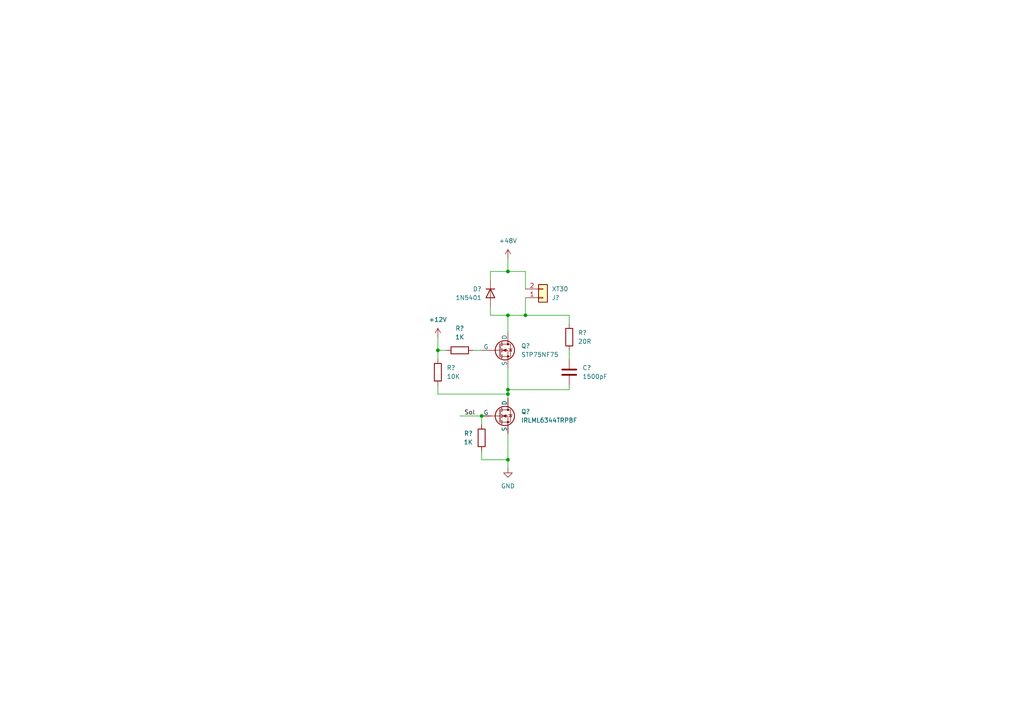
<source format=kicad_sch>
(kicad_sch (version 20231120) (generator "eeschema") (generator_version "8.0")
  (paper "A4")
  (lib_symbols
    (symbol "Connector_Generic:Conn_01x02" (pin_names (offset 1.016) hide)
      (property "Reference" "J" (at 0 2.54 0))
      (property "Value" "Conn_01x02" (at 0 -5.08 0))
      (symbol "Conn_01x02_1_1"
        (rectangle (start -1.27 -2.413) (end 0 -2.667) (stroke (width 0.1524)))
        (rectangle (start -1.27 0.127) (end 0 -0.127) (stroke (width 0.1524)))
        (rectangle (start -1.27 1.27) (end 1.27 -3.81) (stroke (width 0.254)) (fill (type background)))
        (pin passive line (at -5.08 0 0) (length 3.81) (name "Pin_1") (number "1"))
        (pin passive line (at -5.08 -2.54 0) (length 3.81) (name "Pin_2") (number "2"))
      )
    )
    (symbol "Device:C" (pin_numbers hide) (pin_names (offset 0.254))
      (property "Reference" "C" (at 0.635 2.54 0))
      (property "Value" "C" (at 0.635 -2.54 0))
      (symbol "C_0_1"
        (polyline (pts (xy -2.032 -0.762) (xy 2.032 -0.762)) (stroke (width 0.508)))
        (polyline (pts (xy -2.032 0.762) (xy 2.032 0.762)) (stroke (width 0.508)))
      )
      (symbol "C_1_1"
        (pin passive line (at 0 3.81 270) (length 2.794) (name "~") (number "1"))
        (pin passive line (at 0 -3.81 90) (length 2.794) (name "~") (number "2"))
      )
    )
    (symbol "Device:R" (pin_numbers hide) (pin_names (offset 0))
      (property "Reference" "R" (at 2.032 0 90))
      (property "Value" "R" (at 0 0 90))
      (symbol "R_0_1"
        (rectangle (start -1.016 -2.54) (end 1.016 2.54) (stroke (width 0.254)))
      )
      (symbol "R_1_1"
        (pin passive line (at 0 3.81 270) (length 1.27) (name "~") (number "1"))
        (pin passive line (at 0 -3.81 90) (length 1.27) (name "~") (number "2"))
      )
    )
    (symbol "Diode:1N5401" (pin_numbers hide) (pin_names hide)
      (property "Reference" "D" (at 0 2.54 0))
      (property "Value" "1N5401" (at 0 -2.54 0))
      (symbol "1N5401_0_1"
        (polyline (pts (xy -1.27 1.27) (xy -1.27 -1.27)) (stroke (width 0.254)))
        (polyline (pts (xy 1.27 0) (xy -1.27 0)))
        (polyline (pts (xy 1.27 1.27) (xy 1.27 -1.27) (xy -1.27 0) (xy 1.27 1.27)) (stroke (width 0.254)))
      )
      (symbol "1N5401_1_1"
        (pin passive line (at -3.81 0 0) (length 2.54) (name "K") (number "1"))
        (pin passive line (at 3.81 0 180) (length 2.54) (name "A") (number "2"))
      )
    )
    (symbol "power:+12V" (power) (pin_names (offset 0))
      (property "Value" "+12V" (at 0 3.556 0))
      (symbol "+12V_0_1"
        (polyline (pts (xy -0.762 1.27) (xy 0 2.54)))
        (polyline (pts (xy 0 0) (xy 0 2.54)))
        (polyline (pts (xy 0 2.54) (xy 0.762 1.27)))
      )
      (symbol "+12V_1_1"
        (pin power_in line (at 0 0 90) (length 0) hide (name "+12V") (number "1"))
      )
    )
    (symbol "power:+48V" (power) (pin_names (offset 0))
      (property "Value" "+48V" (at 0 3.556 0))
      (symbol "+48V_0_1"
        (polyline (pts (xy -0.762 1.27) (xy 0 2.54)))
        (polyline (pts (xy 0 0) (xy 0 2.54)))
        (polyline (pts (xy 0 2.54) (xy 0.762 1.27)))
      )
      (symbol "+48V_1_1"
        (pin power_in line (at 0 0 90) (length 0) hide (name "+48V") (number "1"))
      )
    )
    (symbol "power:GND" (power) (pin_names (offset 0))
      (property "Value" "GND" (at 0 -3.81 0))
      (symbol "GND_0_1"
        (polyline (pts (xy 0 0) (xy 0 -1.27) (xy 1.27 -1.27) (xy 0 -2.54) (xy -1.27 -1.27) (xy 0 -1.27)))
      )
      (symbol "GND_1_1"
        (pin power_in line (at 0 0 270) (length 0) hide (name "GND") (number "1"))
      )
    )
    (symbol "vincent:IPD050N10N5ATMA1" (pin_numbers hide) (pin_names (offset 0))
      (property "Reference" "Q" (at 11.43 3.81 0))
      (property "Value" "IPD050N10N5ATMA1" (at 11.43 1.27 0))
      (symbol "IPD050N10N5ATMA1_0_1"
        (polyline (pts (xy 5.334 0) (xy 2.54 0)))
        (polyline (pts (xy 5.334 1.905) (xy 5.334 -1.905)) (stroke (width 0.254)))
        (polyline (pts (xy 5.842 -1.27) (xy 5.842 -2.286)) (stroke (width 0.254)))
        (polyline (pts (xy 5.842 0.508) (xy 5.842 -0.508)) (stroke (width 0.254)))
        (polyline (pts (xy 5.842 2.286) (xy 5.842 1.27)) (stroke (width 0.254)))
        (polyline (pts (xy 7.62 2.54) (xy 7.62 1.778)))
        (polyline (pts (xy 7.62 -2.54) (xy 7.62 0) (xy 5.842 0)))
        (polyline (pts (xy 5.842 -1.778) (xy 8.382 -1.778) (xy 8.382 1.778) (xy 5.842 1.778)))
        (polyline (pts (xy 6.096 0) (xy 7.112 0.381) (xy 7.112 -0.381) (xy 6.096 0)) (fill (type outline)))
        (polyline (pts (xy 7.874 0.508) (xy 8.001 0.381) (xy 8.763 0.381) (xy 8.89 0.254)))
        (polyline (pts (xy 8.382 0.381) (xy 8.001 -0.254) (xy 8.763 -0.254) (xy 8.382 0.381)))
        (circle (center 6.731 0) (radius 2.794) (stroke (width 0.254)))
        (circle (center 7.62 -1.778) (radius 0.254) (fill (type outline)))
        (circle (center 7.62 1.778) (radius 0.254) (fill (type outline)))
      )
      (symbol "IPD050N10N5ATMA1_1_1"
        (pin input line (at 0 0 0) (length 2.54) (name "G") (number "1"))
        (pin passive line (at 7.62 5.08 270) (length 2.54) (name "D") (number "2"))
        (pin passive line (at 7.62 -5.08 90) (length 2.54) (name "S") (number "3"))
      )
    )
    (symbol "vincent:IRLML6344TRPBF" (pin_numbers hide) (pin_names (offset 0))
      (property "Reference" "Q" (at 11.43 -2.54 0))
      (property "Value" "IRLML6344TRPBF" (at 11.43 -5.08 0))
      (symbol "IRLML6344TRPBF_0_1"
        (polyline (pts (xy 5.334 -5.08) (xy 2.54 -5.08)))
        (polyline (pts (xy 5.334 -3.175) (xy 5.334 -6.985)) (stroke (width 0.254)))
        (polyline (pts (xy 5.842 -6.35) (xy 5.842 -7.366)) (stroke (width 0.254)))
        (polyline (pts (xy 5.842 -4.572) (xy 5.842 -5.588)) (stroke (width 0.254)))
        (polyline (pts (xy 5.842 -2.794) (xy 5.842 -3.81)) (stroke (width 0.254)))
        (polyline (pts (xy 7.62 -2.54) (xy 7.62 -3.302)))
        (polyline (pts (xy 7.62 -7.62) (xy 7.62 -5.08) (xy 5.842 -5.08)))
        (polyline (pts (xy 5.842 -6.858) (xy 8.382 -6.858) (xy 8.382 -3.302) (xy 5.842 -3.302)))
        (polyline (pts (xy 6.096 -5.08) (xy 7.112 -4.699) (xy 7.112 -5.461) (xy 6.096 -5.08)) (fill (type outline)))
        (polyline (pts (xy 7.874 -4.572) (xy 8.001 -4.699) (xy 8.763 -4.699) (xy 8.89 -4.826)))
        (polyline (pts (xy 8.382 -4.699) (xy 8.001 -5.334) (xy 8.763 -5.334) (xy 8.382 -4.699)))
        (circle (center 6.731 -5.08) (radius 2.794) (stroke (width 0.254)))
        (circle (center 7.62 -6.858) (radius 0.254) (fill (type outline)))
        (circle (center 7.62 -3.302) (radius 0.254) (fill (type outline)))
      )
      (symbol "IRLML6344TRPBF_1_1"
        (pin input line (at 0 -5.08 0) (length 2.54) (name "G") (number "1"))
        (pin passive line (at 7.62 -10.16 90) (length 2.54) (name "S") (number "2"))
        (pin passive line (at 7.62 0 270) (length 2.54) (name "D") (number "3"))
      )
    )
  )
  (junction (at 147.32 133.35))
  (junction (at 139.7 120.65))
  (junction (at 147.32 114.3))
  (junction (at 127 101.6))
  (junction (at 152.4 91.44))
  (junction (at 147.32 91.44))
  (junction (at 147.32 113.03))
  (junction (at 147.32 78.74))
  (wire (pts (xy 165.1 101.6) (xy 165.1 104.14)))
  (wire (pts (xy 147.32 91.44) (xy 147.32 96.52)))
  (wire (pts (xy 139.7 133.35) (xy 147.32 133.35)))
  (wire (pts (xy 152.4 86.36) (xy 152.4 91.44)))
  (wire (pts (xy 147.32 78.74) (xy 152.4 78.74)))
  (wire (pts (xy 142.24 78.74) (xy 147.32 78.74)))
  (wire (pts (xy 139.7 123.19) (xy 139.7 120.65)))
  (wire (pts (xy 142.24 78.74) (xy 142.24 81.28)))
  (wire (pts (xy 137.16 101.6) (xy 139.7 101.6)))
  (wire (pts (xy 165.1 111.76) (xy 165.1 113.03)))
  (wire (pts (xy 147.32 91.44) (xy 142.24 91.44)))
  (wire (pts (xy 139.7 133.35) (xy 139.7 130.81)))
  (wire (pts (xy 152.4 91.44) (xy 165.1 91.44)))
  (wire (pts (xy 127 111.76) (xy 127 114.3)))
  (wire (pts (xy 147.32 115.57) (xy 147.32 114.3)))
  (wire (pts (xy 147.32 113.03) (xy 165.1 113.03)))
  (wire (pts (xy 147.32 106.68) (xy 147.32 113.03)))
  (wire (pts (xy 133.35 120.65) (xy 139.7 120.65)))
  (wire (pts (xy 147.32 135.89) (xy 147.32 133.35)))
  (wire (pts (xy 127 101.6) (xy 127 104.14)))
  (wire (pts (xy 127 97.79) (xy 127 101.6)))
  (wire (pts (xy 127 114.3) (xy 147.32 114.3)))
  (wire (pts (xy 142.24 91.44) (xy 142.24 88.9)))
  (wire (pts (xy 147.32 74.93) (xy 147.32 78.74)))
  (wire (pts (xy 165.1 91.44) (xy 165.1 93.98)))
  (wire (pts (xy 152.4 83.82) (xy 152.4 78.74)))
  (wire (pts (xy 147.32 91.44) (xy 152.4 91.44)))
  (wire (pts (xy 127 101.6) (xy 129.54 101.6)))
  (wire (pts (xy 147.32 125.73) (xy 147.32 133.35)))
  (wire (pts (xy 147.32 114.3) (xy 147.32 113.03)))
  (label "Sol" (at 134.62 120.65 0))
  (symbol (lib_id "Device:C") (at 165.1 107.95 0) (unit 1)
    (property "Reference" "C?" (at 168.91 106.68 0) (effects (justify left)))
    (property "Value" "1500pF" (at 168.91 109.22 0) (effects (justify left)))
    (property "Footprint" "2024l1:cap0603" (effects (hide yes)))
    (property "LCSC" "C107060" (effects (hide yes)))
  )
  (symbol (lib_id "Device:R") (at 165.1 97.79 0) (mirror y) (unit 1)
    (property "Reference" "R?" (at 167.64 96.52 0) (effects (justify right)))
    (property "Value" "20R" (at 167.64 99.06 0) (effects (justify right)))
    (property "Footprint" "2024l1:res0603" (effects (hide yes)))
    (property "LCSC" "C22950" (effects (hide yes)))
  )
  (symbol (lib_id "Diode:1N5401") (at 142.24 85.09 90) (mirror x) (unit 1)
    (property "Reference" "D?" (at 139.7 83.82 90) (effects (justify left)))
    (property "Value" "1N5401" (at 139.7 86.36 90) (effects (justify left)))
    (property "Footprint" "Diode_THT:D_DO-201AD_P15.24mm_Horizontal" (effects (hide yes)))
    (property "Datasheet" "http://www.vishay.com/docs/88516/1n5400.pdf" (effects (hide yes)))
    (property "LCSC" "C179506" (effects (hide yes)))
    (property "Sim.Device" "D" (effects (hide yes)))
    (property "Sim.Pins" "1=K 2=A" (effects (hide yes)))
  )
  (symbol (lib_id "Connector_Generic:Conn_01x02") (at 157.48 86.36 0) (mirror x) (unit 1)
    (property "Reference" "J?" (at 160.02 86.3601 0) (effects (justify left)))
    (property "Value" "XT30" (at 160.02 83.8201 0) (effects (justify left)))
    (property "Footprint" "2024l1:AMASS_XT30-F" (effects (hide yes)))
    (property "LCSC" "C108769" (effects (hide yes)))
  )
  (symbol (lib_id "vincent:IPD050N10N5ATMA1") (at 139.7 101.6 0) (unit 1)
    (property "Reference" "Q?" (at 151.13 100.3299 0) (effects (justify left)))
    (property "Value" "STP75NF75" (at 151.13 102.8699 0) (effects (justify left)))
    (property "Footprint" "2024l1:TO-220-3_Vertical" (effects (hide yes)))
    (property "Datasheet" "https://www.infineon.com/dgdl/Infineon-IPD050N10N5-DS-v02_01-EN.pdf?fileId=5546d4625b3ca4ec015b615bb7536713" (effects (hide yes)))
    (property "LCSC" "C13678" (effects (hide yes)))
    (property "Mouser Part Number" "726-IPD050N10N5ATMA1" (effects (hide yes)))
    (property "Manufacturer_Name" "Infineon" (effects (hide yes)))
    (property "Manufacturer_Part_Number" "IPD050N10N5ATMA1" (effects (hide yes)))
    (property "Height" "2.41" (effects (hide yes)))
    (property "Mouser Price/Stock" "https://www.mouser.co.uk/ProductDetail/Infineon-Technologies/IPD050N10N5ATMA1?qs=u4fy%2FsgLU9Pgz4QwaVUqjg%3D%3D" (effects (hide yes)))
  )
  (symbol (lib_id "Device:R") (at 133.35 101.6 90) (unit 1)
    (property "Reference" "R?" (at 133.35 95.25 90))
    (property "Value" "1K" (at 133.35 97.79 90))
    (property "Footprint" "2024l1:res0603" (effects (hide yes)))
    (property "LCSC" "C21190" (effects (hide yes)))
  )
  (symbol (lib_id "vincent:IRLML6344TRPBF") (at 139.7 115.57 0) (unit 1)
    (property "Reference" "Q?" (at 151.13 119.3799 0) (effects (justify left)))
    (property "Value" "IRLML6344TRPBF" (at 151.13 121.9199 0) (effects (justify left)))
    (property "Footprint" "2024l1:SOT95P237X112-3N" (effects (hide yes)))
    (property "Datasheet" "https://www.infineon.com/dgdl/irlml6344pbf.pdf?fileId=5546d462533600a4015356689c44262c" (effects (hide yes)))
    (property "Height" "1.12" (effects (hide yes)))
    (property "Mouser Part Number" "942-IRLML6344TRPBF" (effects (hide yes)))
    (property "Mouser Price/Stock" "https://www.mouser.co.uk/ProductDetail/Infineon-Technologies/IRLML6344TRPBF?qs=9%252BKlkBgLFf2w4qS48UOXVw%3D%3D" (effects (hide yes)))
    (property "Manufacturer_Name" "Infineon" (effects (hide yes)))
    (property "Manufacturer_Part_Number" "IRLML6344TRPBF" (effects (hide yes)))
  )
  (symbol (lib_id "power:+12V") (at 127 97.79 0) (unit 1)
    (property "Reference" "#PWR029" (effects (hide yes)))
    (property "Value" "+12V" (at 127 92.71 0))
  )
  (symbol (lib_id "Device:R") (at 127 107.95 0) (unit 1)
    (property "Reference" "R?" (at 129.54 106.68 0) (effects (justify left)))
    (property "Value" "10K" (at 129.54 109.22 0) (effects (justify left)))
    (property "Footprint" "2024l1:res0603" (effects (hide yes)))
    (property "LCSC" "C25804" (effects (hide yes)))
  )
  (symbol (lib_id "power:GND") (at 147.32 135.89 0) (unit 1)
    (property "Reference" "#PWR031" (effects (hide yes)))
    (property "Value" "GND" (at 147.32 140.97 0))
  )
  (symbol (lib_id "Device:R") (at 139.7 127 0) (unit 1)
    (property "Reference" "R?" (at 137.16 125.7299 0) (effects (justify right)))
    (property "Value" "1K" (at 137.16 128.2699 0) (effects (justify right)))
    (property "Footprint" "2024l1:res0603" (effects (hide yes)))
    (property "LCSC" "C21190" (effects (hide yes)))
  )
  (symbol (lib_id "power:+48V") (at 147.32 74.93 0) (unit 1)
    (property "Reference" "#PWR030" (effects (hide yes)))
    (property "Value" "+48V" (at 147.32 69.85 0))
  )
)
</source>
